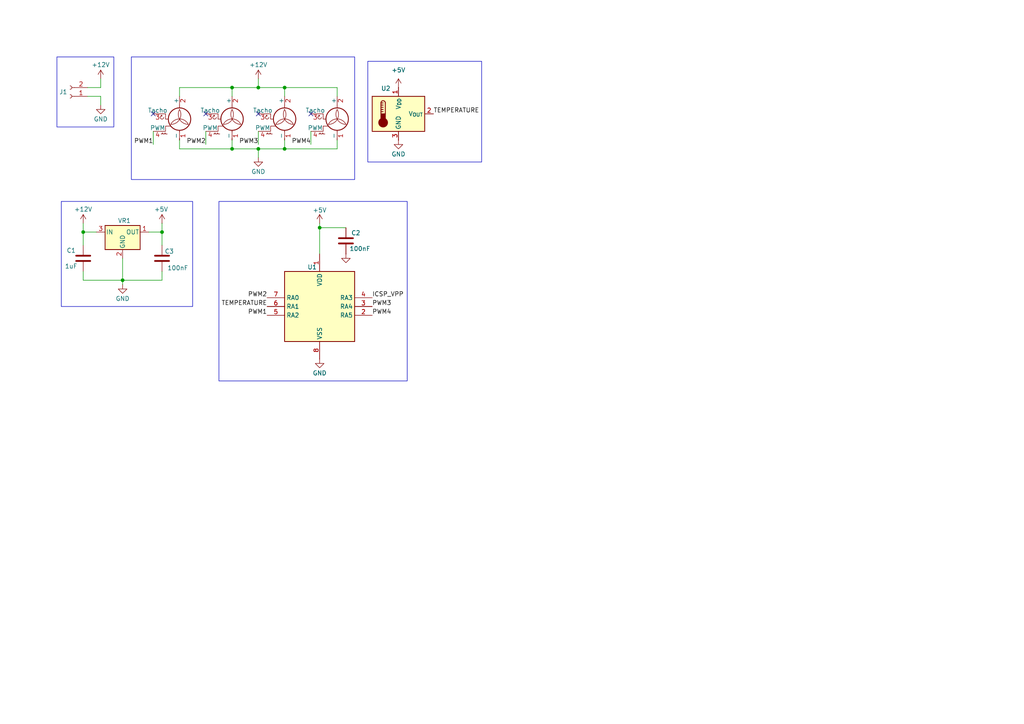
<source format=kicad_sch>
(kicad_sch (version 20231120) (generator "eeschema") (generator_version "8.0")
  (paper "A4")
  (lib_symbols
    (symbol "Connector:Conn_01x02_Socket" (pin_names (offset 1.016) hide)
      (property "Reference" "J" (at 0 2.54 0))
      (property "Value" "Conn_01x02_Socket" (at 0 -5.08 0))
      (symbol "Conn_01x02_Socket_1_1"
        (arc (start 0 -2.032) (mid -0.5058 -2.54) (end 0 -3.048) (stroke (width 0.1524)))
        (polyline (pts (xy -1.27 -2.54) (xy -0.508 -2.54)) (stroke (width 0.1524)))
        (polyline (pts (xy -1.27 0) (xy -0.508 0)) (stroke (width 0.1524)))
        (arc (start 0 0.508) (mid -0.5058 0) (end 0 -0.508) (stroke (width 0.1524)))
        (pin passive line (at -5.08 0 0) (length 3.81) (name "Pin_1") (number "1"))
        (pin passive line (at -5.08 -2.54 0) (length 3.81) (name "Pin_2") (number "2"))
      )
    )
    (symbol "Device:C" (pin_numbers hide) (pin_names (offset 0.254))
      (property "Reference" "C" (at 0.635 2.54 0))
      (property "Value" "C" (at 0.635 -2.54 0))
      (symbol "C_0_1"
        (polyline (pts (xy -2.032 -0.762) (xy 2.032 -0.762)) (stroke (width 0.508)))
        (polyline (pts (xy -2.032 0.762) (xy 2.032 0.762)) (stroke (width 0.508)))
      )
      (symbol "C_1_1"
        (pin passive line (at 0 3.81 270) (length 2.794) (name "~") (number "1"))
        (pin passive line (at 0 -3.81 90) (length 2.794) (name "~") (number "2"))
      )
    )
    (symbol "MCU_Microchip_PIC12:PIC12F1501-xMC"
      (property "Reference" "U" (at 1.27 13.97 0))
      (property "Value" "PIC12F1501-xMC" (at 1.27 11.43 0))
      (symbol "PIC12F1501-xMC_0_1"
        (rectangle (start 10.16 -10.16) (end -10.16 10.16) (stroke (width 0.254)) (fill (type background)))
      )
      (symbol "PIC12F1501-xMC_1_1"
        (pin power_in line (at 0 15.24 270) (length 5.08) (name "VDD") (number "1"))
        (pin bidirectional line (at 15.24 -2.54 180) (length 5.08) (name "RA5") (number "2"))
        (pin bidirectional line (at 15.24 0 180) (length 5.08) (name "RA4") (number "3"))
        (pin input line (at 15.24 2.54 180) (length 5.08) (name "RA3") (number "4"))
        (pin bidirectional line (at -15.24 -2.54 0) (length 5.08) (name "RA2") (number "5"))
        (pin bidirectional line (at -15.24 0 0) (length 5.08) (name "RA1") (number "6"))
        (pin bidirectional line (at -15.24 2.54 0) (length 5.08) (name "RA0") (number "7"))
        (pin power_in line (at 0 -15.24 90) (length 5.08) (name "VSS") (number "8"))
      )
    )
    (symbol "Motor:Fan_4pin" (pin_names (offset 0))
      (property "Reference" "M" (at 2.54 5.08 0))
      (property "Value" "Fan_4pin" (at 2.54 -2.54 0))
      (symbol "Fan_4pin_0_0"
        (arc (start -5.588 1.524) (mid -5.08 1.0182) (end -4.572 1.524))
        (arc (start -5.08 2.032) (mid -5.4392 1.8832) (end -5.588 1.524))
        (polyline (pts (xy -5.08 2.032) (xy -5.334 2.159)))
        (polyline (pts (xy -5.08 2.032) (xy -5.207 1.778)))
        (polyline (pts (xy -4.064 2.54) (xy -4.064 1.016) (xy -3.302 1.016)))
      )
      (symbol "Fan_4pin_0_1"
        (arc (start -2.54 -0.508) (mid 0.0028 0.9121) (end 0 3.81))
        (polyline (pts (xy -4.064 2.54) (xy -5.08 2.54)))
        (polyline (pts (xy 0 -5.08) (xy 0 -4.572)))
        (polyline (pts (xy 0 -2.2352) (xy 0 -2.6416)))
        (polyline (pts (xy 0 4.2672) (xy 0 4.6228)))
        (polyline (pts (xy 0 4.572) (xy 0 5.08)))
        (polyline (pts (xy -2.54 -1.016) (xy -4.064 -1.016) (xy -4.064 -2.54) (xy -5.08 -2.54)))
        (polyline (pts (xy -5.334 -3.302) (xy -5.08 -3.302) (xy -5.08 -3.048) (xy -4.826 -3.048) (xy -4.826 -3.302) (xy -4.318 -3.302) (xy -4.318 -3.048) (xy -4.064 -3.048) (xy -4.064 -3.302) (xy -3.556 -3.302)))
        (circle (center 0 1.016) (radius 3.2512) (stroke (width 0.254)))
        (arc (start 0 3.81) (mid 0.053 0.921) (end 2.54 -0.508))
        (arc (start 2.54 -0.508) (mid 0 1.0618) (end -2.54 -0.508))
      )
      (symbol "Fan_4pin_1_1"
        (pin passive line (at 0 -5.08 90) (length 2.54) (name "-") (number "1"))
        (pin passive line (at 0 7.62 270) (length 2.54) (name "+") (number "2"))
        (pin passive line (at -7.62 2.54 0) (length 2.54) (name "Tacho") (number "3"))
        (pin input line (at -7.62 -2.54 0) (length 2.54) (name "PWM") (number "4"))
      )
    )
    (symbol "Regulator_Linear:MC78L05_SOT89" (pin_names (offset 0.254))
      (property "Reference" "U" (at -3.81 3.175 0))
      (property "Value" "MC78L05_SOT89" (at -0.635 3.175 0))
      (symbol "MC78L05_SOT89_0_1"
        (rectangle (start -5.08 1.905) (end 5.08 -5.08) (stroke (width 0.254)) (fill (type background)))
      )
      (symbol "MC78L05_SOT89_1_1"
        (pin power_out line (at 7.62 0 180) (length 2.54) (name "OUT") (number "1"))
        (pin power_in line (at 0 -7.62 90) (length 2.54) (name "GND") (number "2"))
        (pin power_in line (at -7.62 0 0) (length 2.54) (name "IN") (number "3"))
      )
    )
    (symbol "Sensor_Temperature:MCP9700Ax-ETT"
      (property "Reference" "U" (at -6.35 6.35 0))
      (property "Value" "MCP9700Ax-ETT" (at 1.27 6.35 0))
      (symbol "MCP9700Ax-ETT_0_1"
        (rectangle (start -7.62 5.08) (end 7.62 -5.08) (stroke (width 0.254)) (fill (type background)))
        (circle (center -4.445 -2.54) (radius 1.27) (stroke (width 0.254)) (fill (type outline)))
        (rectangle (start -3.81 -1.905) (end -5.08 0) (stroke (width 0.254)) (fill (type outline)))
        (arc (start -3.81 3.175) (mid -4.445 3.8073) (end -5.08 3.175) (stroke (width 0.254)))
        (polyline (pts (xy -5.08 0.635) (xy -4.445 0.635)) (stroke (width 0.254)))
        (polyline (pts (xy -5.08 1.27) (xy -4.445 1.27)) (stroke (width 0.254)))
        (polyline (pts (xy -5.08 1.905) (xy -4.445 1.905)) (stroke (width 0.254)))
        (polyline (pts (xy -5.08 2.54) (xy -4.445 2.54)) (stroke (width 0.254)))
        (polyline (pts (xy -5.08 3.175) (xy -5.08 0)) (stroke (width 0.254)))
        (polyline (pts (xy -5.08 3.175) (xy -4.445 3.175)) (stroke (width 0.254)))
        (polyline (pts (xy -3.81 3.175) (xy -3.81 0)) (stroke (width 0.254)))
      )
      (symbol "MCP9700Ax-ETT_1_1"
        (pin power_in line (at 0 7.62 270) (length 2.54) (name "V_{DD}") (number "1"))
        (pin output line (at 10.16 0 180) (length 2.54) (name "V_{OUT}") (number "2"))
        (pin power_in line (at 0 -7.62 90) (length 2.54) (name "GND") (number "3"))
      )
    )
    (symbol "power:+12V" (power) (pin_numbers hide) (pin_names (offset 0) hide)
      (property "Value" "+12V" (at 0 3.556 0))
      (symbol "+12V_0_1"
        (polyline (pts (xy -0.762 1.27) (xy 0 2.54)))
        (polyline (pts (xy 0 0) (xy 0 2.54)))
        (polyline (pts (xy 0 2.54) (xy 0.762 1.27)))
      )
      (symbol "+12V_1_1"
        (pin power_in line (at 0 0 90) (length 0) (name "~") (number "1"))
      )
    )
    (symbol "power:+5V" (power) (pin_numbers hide) (pin_names (offset 0) hide)
      (property "Value" "+5V" (at 0 3.556 0))
      (symbol "+5V_0_1"
        (polyline (pts (xy -0.762 1.27) (xy 0 2.54)))
        (polyline (pts (xy 0 0) (xy 0 2.54)))
        (polyline (pts (xy 0 2.54) (xy 0.762 1.27)))
      )
      (symbol "+5V_1_1"
        (pin power_in line (at 0 0 90) (length 0) (name "~") (number "1"))
      )
    )
    (symbol "power:GND" (power) (pin_numbers hide) (pin_names (offset 0) hide)
      (property "Value" "GND" (at 0 -3.81 0))
      (symbol "GND_0_1"
        (polyline (pts (xy 0 0) (xy 0 -1.27) (xy 1.27 -1.27) (xy 0 -2.54) (xy -1.27 -1.27) (xy 0 -1.27)))
      )
      (symbol "GND_1_1"
        (pin power_in line (at 0 0 270) (length 0) (name "~") (number "1"))
      )
    )
  )
  (junction (at 24.13 67.31))
  (junction (at 82.55 43.18))
  (junction (at 35.56 81.28))
  (junction (at 92.71 66.04))
  (junction (at 74.93 25.4))
  (junction (at 82.55 25.4))
  (junction (at 67.31 25.4))
  (junction (at 46.99 67.31))
  (junction (at 67.31 43.18))
  (junction (at 74.93 43.18))
  (no_connect (at 90.17 33.02))
  (no_connect (at 59.69 33.02))
  (no_connect (at 44.45 33.02))
  (no_connect (at 74.93 33.02))
  (wire (pts (xy 59.69 38.1) (xy 59.69 41.91)))
  (wire (pts (xy 67.31 25.4) (xy 74.93 25.4)))
  (wire (pts (xy 35.56 74.93) (xy 35.56 81.28)))
  (wire (pts (xy 97.79 43.18) (xy 97.79 40.64)))
  (wire (pts (xy 52.07 43.18) (xy 52.07 40.64)))
  (wire (pts (xy 74.93 22.86) (xy 74.93 25.4)))
  (wire (pts (xy 35.56 81.28) (xy 46.99 81.28)))
  (wire (pts (xy 27.94 67.31) (xy 24.13 67.31)))
  (wire (pts (xy 74.93 25.4) (xy 82.55 25.4)))
  (wire (pts (xy 24.13 81.28) (xy 35.56 81.28)))
  (wire (pts (xy 92.71 64.77) (xy 92.71 66.04)))
  (wire (pts (xy 67.31 43.18) (xy 74.93 43.18)))
  (wire (pts (xy 52.07 25.4) (xy 52.07 27.94)))
  (wire (pts (xy 90.17 38.1) (xy 90.17 41.91)))
  (wire (pts (xy 43.18 67.31) (xy 46.99 67.31)))
  (wire (pts (xy 67.31 25.4) (xy 67.31 27.94)))
  (wire (pts (xy 74.93 43.18) (xy 74.93 45.72)))
  (wire (pts (xy 82.55 25.4) (xy 82.55 27.94)))
  (wire (pts (xy 82.55 43.18) (xy 97.79 43.18)))
  (wire (pts (xy 67.31 43.18) (xy 67.31 40.64)))
  (wire (pts (xy 52.07 25.4) (xy 67.31 25.4)))
  (wire (pts (xy 92.71 66.04) (xy 100.33 66.04)))
  (wire (pts (xy 29.21 25.4) (xy 29.21 22.86)))
  (wire (pts (xy 24.13 81.28) (xy 24.13 78.74)))
  (wire (pts (xy 24.13 67.31) (xy 24.13 64.77)))
  (wire (pts (xy 46.99 67.31) (xy 46.99 71.12)))
  (wire (pts (xy 24.13 67.31) (xy 24.13 71.12)))
  (wire (pts (xy 82.55 25.4) (xy 97.79 25.4)))
  (wire (pts (xy 52.07 43.18) (xy 67.31 43.18)))
  (wire (pts (xy 74.93 43.18) (xy 82.55 43.18)))
  (wire (pts (xy 29.21 27.94) (xy 29.21 30.48)))
  (wire (pts (xy 97.79 25.4) (xy 97.79 27.94)))
  (wire (pts (xy 46.99 81.28) (xy 46.99 78.74)))
  (wire (pts (xy 25.4 27.94) (xy 29.21 27.94)))
  (wire (pts (xy 82.55 43.18) (xy 82.55 40.64)))
  (wire (pts (xy 44.45 38.1) (xy 44.45 41.91)))
  (wire (pts (xy 25.4 25.4) (xy 29.21 25.4)))
  (wire (pts (xy 92.71 66.04) (xy 92.71 73.66)))
  (wire (pts (xy 35.56 81.28) (xy 35.56 82.55)))
  (wire (pts (xy 46.99 64.77) (xy 46.99 67.31)))
  (wire (pts (xy 74.93 38.1) (xy 74.93 41.91)))
  (rectangle (start 16.51 16.51) (end 33.02 36.83))
  (rectangle (start 106.68 17.78) (end 139.7 46.99))
  (rectangle (start 38.1 16.51) (end 102.87 52.07))
  (rectangle (start 17.78 58.42) (end 55.88 88.9))
  (rectangle (start 63.5 58.42) (end 118.11 110.49))
  (label "PWM2" (at 59.69 41.91 180))
  (label "PWM4" (at 90.17 41.91 180))
  (label "PWM4" (at 107.95 91.44 0))
  (label "TEMPERATURE" (at 77.47 88.9 180))
  (label "TEMPERATURE" (at 125.73 33.02 0))
  (label "PWM2" (at 77.47 86.36 180))
  (label "PWM3" (at 107.95 88.9 0))
  (label "PWM1" (at 44.45 41.91 180))
  (label "PWM1" (at 77.47 91.44 180))
  (label "ICSP_VPP" (at 107.95 86.36 0))
  (label "PWM3" (at 74.93 41.91 180))
  (symbol (lib_id "power:GND") (at 74.93 45.72 0) (unit 1)
    (property "Reference" "#PWR04" (effects (hide yes)))
    (property "Value" "GND" (at 74.93 49.784 0))
    (property "Description" "Power symbol creates a global label with name \"GND\" , ground" (effects (hide yes)))
  )
  (symbol (lib_id "power:GND") (at 35.56 82.55 0) (unit 1)
    (property "Reference" "#PWR08" (effects (hide yes)))
    (property "Value" "GND" (at 35.56 86.614 0))
    (property "Description" "Power symbol creates a global label with name \"GND\" , ground" (effects (hide yes)))
  )
  (symbol (lib_id "power:+5V") (at 115.57 25.4 0) (unit 1)
    (property "Reference" "#PWR011" (effects (hide yes)))
    (property "Value" "+5V" (at 115.57 20.32 0))
    (property "Description" "Power symbol creates a global label with name \"+5V\"" (effects (hide yes)))
  )
  (symbol (lib_id "Sensor_Temperature:MCP9700Ax-ETT") (at 115.57 33.02 0) (unit 1)
    (property "Reference" "U2" (at 113.284 25.654 0) (effects (justify right)))
    (property "Value" "MCP9700Ax-ETT" (effects (hide yes)))
    (property "Footprint" "Package_TO_SOT_SMD:SOT-23" (effects (hide yes)))
    (property "Datasheet" "http://ww1.microchip.com/downloads/en/devicedoc/20001942g.pdf" (effects (hide yes)))
    (property "Description" "Low power, analog thermistor temperature sensor, ±2C accuracy, -40C to +125C, in SOT-23-3" (effects (hide yes)))
  )
  (symbol (lib_id "Regulator_Linear:MC78L05_SOT89") (at 35.56 67.31 0) (unit 1)
    (property "Reference" "VR1" (at 36.068 64.008 0))
    (property "Value" "MC78L05_SOT89" (effects (hide yes)))
    (property "Footprint" "Package_TO_SOT_SMD:SOT-89-3" (effects (hide yes)))
    (property "Datasheet" "https://www.onsemi.com/pub/Collateral/MC78L00A-D.PDF" (effects (hide yes)))
    (property "Description" "Positive 100mA 30V Linear Regulator, Fixed Output 5V, SOT-89" (effects (hide yes)))
  )
  (symbol (lib_id "power:GND") (at 29.21 30.48 0) (unit 1)
    (property "Reference" "#PWR01" (effects (hide yes)))
    (property "Value" "GND" (at 29.21 34.544 0))
    (property "Description" "Power symbol creates a global label with name \"GND\" , ground" (effects (hide yes)))
  )
  (symbol (lib_id "Device:C") (at 46.99 74.93 0) (unit 1)
    (property "Reference" "C3" (at 47.752 72.898 0) (effects (justify left)))
    (property "Value" "100nF" (at 48.514 77.724 0) (effects (justify left)))
    (property "Description" "Unpolarized capacitor" (effects (hide yes)))
  )
  (symbol (lib_id "power:+12V") (at 29.21 22.86 0) (unit 1)
    (property "Reference" "#PWR02" (effects (hide yes)))
    (property "Value" "+12V" (at 29.21 18.796 0))
    (property "Description" "Power symbol creates a global label with name \"+12V\"" (effects (hide yes)))
  )
  (symbol (lib_id "Device:C") (at 100.33 69.85 0) (unit 1)
    (property "Reference" "C2" (at 101.854 67.564 0) (effects (justify left)))
    (property "Value" "100nF" (at 101.346 72.136 0) (effects (justify left)))
    (property "Description" "Unpolarized capacitor" (effects (hide yes)))
  )
  (symbol (lib_id "power:GND") (at 100.33 73.66 0) (unit 1)
    (property "Reference" "#PWR09" (effects (hide yes)))
    (property "Value" "GND" (effects (hide yes)))
    (property "Description" "Power symbol creates a global label with name \"GND\" , ground" (effects (hide yes)))
  )
  (symbol (lib_id "Motor:Fan_4pin") (at 67.31 35.56 0) (unit 1)
    (property "Reference" "J3" (effects (hide yes)))
    (property "Value" "Fan_4pin" (effects (hide yes)))
    (property "Datasheet" "http://www.formfactors.org/developer%5Cspecs%5Crev1_2_public.pdf" (effects (hide yes)))
    (property "Description" "Fan, tacho output, PWM input, 4-pin connector" (effects (hide yes)))
  )
  (symbol (lib_id "power:+5V") (at 92.71 64.77 0) (unit 1)
    (property "Reference" "#PWR06" (effects (hide yes)))
    (property "Value" "+5V" (at 92.71 60.96 0))
    (property "Description" "Power symbol creates a global label with name \"+5V\"" (effects (hide yes)))
  )
  (symbol (lib_id "power:+5V") (at 46.99 64.77 0) (unit 1)
    (property "Reference" "#PWR010" (effects (hide yes)))
    (property "Value" "+5V" (at 46.736 60.706 0))
    (property "Description" "Power symbol creates a global label with name \"+5V\"" (effects (hide yes)))
  )
  (symbol (lib_id "Motor:Fan_4pin") (at 82.55 35.56 0) (unit 1)
    (property "Reference" "J4" (effects (hide yes)))
    (property "Value" "Fan_4pin" (effects (hide yes)))
    (property "Datasheet" "http://www.formfactors.org/developer%5Cspecs%5Crev1_2_public.pdf" (effects (hide yes)))
    (property "Description" "Fan, tacho output, PWM input, 4-pin connector" (effects (hide yes)))
  )
  (symbol (lib_id "power:GND") (at 92.71 104.14 0) (unit 1)
    (property "Reference" "#PWR05" (effects (hide yes)))
    (property "Value" "GND" (at 92.71 108.204 0))
    (property "Description" "Power symbol creates a global label with name \"GND\" , ground" (effects (hide yes)))
  )
  (symbol (lib_id "Device:C") (at 24.13 74.93 0) (unit 1)
    (property "Reference" "C1" (at 19.304 72.644 0) (effects (justify left)))
    (property "Value" "1uF" (at 18.796 77.216 0) (effects (justify left)))
    (property "Description" "Unpolarized capacitor" (effects (hide yes)))
  )
  (symbol (lib_id "Motor:Fan_4pin") (at 97.79 35.56 0) (unit 1)
    (property "Reference" "J5" (effects (hide yes)))
    (property "Value" "Fan_4pin" (effects (hide yes)))
    (property "Datasheet" "http://www.formfactors.org/developer%5Cspecs%5Crev1_2_public.pdf" (effects (hide yes)))
    (property "Description" "Fan, tacho output, PWM input, 4-pin connector" (effects (hide yes)))
  )
  (symbol (lib_id "Motor:Fan_4pin") (at 52.07 35.56 0) (unit 1)
    (property "Reference" "J2" (effects (hide yes)))
    (property "Value" "Fan_4pin" (effects (hide yes)))
    (property "Datasheet" "http://www.formfactors.org/developer%5Cspecs%5Crev1_2_public.pdf" (effects (hide yes)))
    (property "Description" "Fan, tacho output, PWM input, 4-pin connector" (effects (hide yes)))
  )
  (symbol (lib_id "power:+12V") (at 24.13 64.77 0) (unit 1)
    (property "Reference" "#PWR07" (effects (hide yes)))
    (property "Value" "+12V" (at 24.13 60.706 0))
    (property "Description" "Power symbol creates a global label with name \"+12V\"" (effects (hide yes)))
  )
  (symbol (lib_id "MCU_Microchip_PIC12:PIC12F1501-xMC") (at 92.71 88.9 0) (unit 1)
    (property "Reference" "U1" (at 89.154 77.47 0) (effects (justify left)))
    (property "Value" "PIC12F1501-xMC" (effects (hide yes)))
    (property "Footprint" "Package_DFN_QFN:DFN-8-1EP_3x2mm_P0.5mm_EP1.7x1.4mm" (effects (hide yes)))
    (property "Datasheet" "https://ww1.microchip.com/downloads/en/DeviceDoc/41615A.pdf" (effects (hide yes)))
    (property "Description" "PIC12F1501, 1024W FLASH, 64B SRAM, DFN-8" (effects (hide yes)))
  )
  (symbol (lib_id "Connector:Conn_01x02_Socket") (at 20.32 27.94 180) (unit 1)
    (property "Reference" "J1" (at 19.558 26.67 0) (effects (justify left)))
    (property "Value" "Conn_01x02_Socket" (effects (hide yes)))
    (property "Description" "Generic connector, single row, 01x02, script generated" (effects (hide yes)))
  )
  (symbol (lib_id "power:GND") (at 115.57 40.64 0) (unit 1)
    (property "Reference" "#PWR012" (effects (hide yes)))
    (property "Value" "GND" (at 115.57 44.704 0))
    (property "Description" "Power symbol creates a global label with name \"GND\" , ground" (effects (hide yes)))
  )
  (symbol (lib_id "power:+12V") (at 74.93 22.86 0) (unit 1)
    (property "Reference" "#PWR03" (effects (hide yes)))
    (property "Value" "+12V" (at 74.93 18.796 0))
    (property "Description" "Power symbol creates a global label with name \"+12V\"" (effects (hide yes)))
  )
)
</source>
